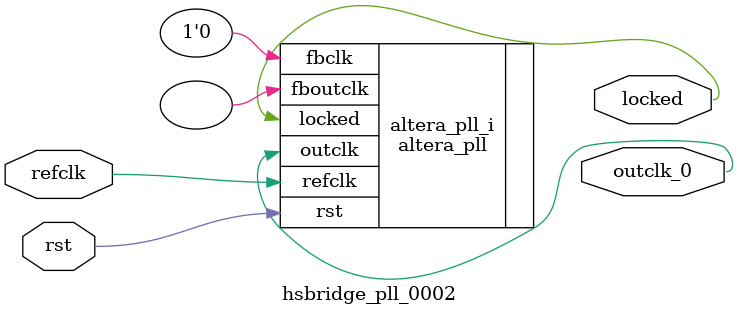
<source format=v>
`timescale 1ns/10ps
module  hsbridge_pll_0002(

	// interface 'refclk'
	input wire refclk,

	// interface 'reset'
	input wire rst,

	// interface 'outclk0'
	output wire outclk_0,

	// interface 'locked'
	output wire locked
);

	altera_pll #(
		.fractional_vco_multiplier("false"),
		.reference_clock_frequency("50.0 MHz"),
		.operation_mode("direct"),
		.number_of_clocks(1),
		.output_clock_frequency0("133.000000 MHz"),
		.phase_shift0("0 ps"),
		.duty_cycle0(50),
		.output_clock_frequency1("0 MHz"),
		.phase_shift1("0 ps"),
		.duty_cycle1(50),
		.output_clock_frequency2("0 MHz"),
		.phase_shift2("0 ps"),
		.duty_cycle2(50),
		.output_clock_frequency3("0 MHz"),
		.phase_shift3("0 ps"),
		.duty_cycle3(50),
		.output_clock_frequency4("0 MHz"),
		.phase_shift4("0 ps"),
		.duty_cycle4(50),
		.output_clock_frequency5("0 MHz"),
		.phase_shift5("0 ps"),
		.duty_cycle5(50),
		.output_clock_frequency6("0 MHz"),
		.phase_shift6("0 ps"),
		.duty_cycle6(50),
		.output_clock_frequency7("0 MHz"),
		.phase_shift7("0 ps"),
		.duty_cycle7(50),
		.output_clock_frequency8("0 MHz"),
		.phase_shift8("0 ps"),
		.duty_cycle8(50),
		.output_clock_frequency9("0 MHz"),
		.phase_shift9("0 ps"),
		.duty_cycle9(50),
		.output_clock_frequency10("0 MHz"),
		.phase_shift10("0 ps"),
		.duty_cycle10(50),
		.output_clock_frequency11("0 MHz"),
		.phase_shift11("0 ps"),
		.duty_cycle11(50),
		.output_clock_frequency12("0 MHz"),
		.phase_shift12("0 ps"),
		.duty_cycle12(50),
		.output_clock_frequency13("0 MHz"),
		.phase_shift13("0 ps"),
		.duty_cycle13(50),
		.output_clock_frequency14("0 MHz"),
		.phase_shift14("0 ps"),
		.duty_cycle14(50),
		.output_clock_frequency15("0 MHz"),
		.phase_shift15("0 ps"),
		.duty_cycle15(50),
		.output_clock_frequency16("0 MHz"),
		.phase_shift16("0 ps"),
		.duty_cycle16(50),
		.output_clock_frequency17("0 MHz"),
		.phase_shift17("0 ps"),
		.duty_cycle17(50),
		.pll_type("General"),
		.pll_subtype("General")
	) altera_pll_i (
		.rst	(rst),
		.outclk	({outclk_0}),
		.locked	(locked),
		.fboutclk	( ),
		.fbclk	(1'b0),
		.refclk	(refclk)
	);
endmodule


</source>
